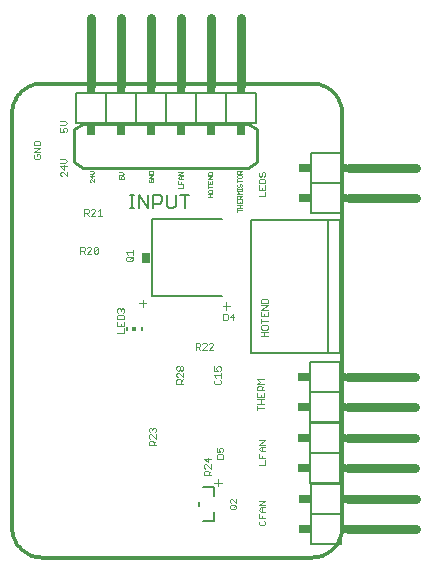
<source format=gto>
G75*
%MOIN*%
%OFA0B0*%
%FSLAX24Y24*%
%IPPOS*%
%LPD*%
%AMOC8*
5,1,8,0,0,1.08239X$1,22.5*
%
%ADD10C,0.0120*%
%ADD11C,0.0010*%
%ADD12C,0.0030*%
%ADD13C,0.0100*%
%ADD14C,0.0020*%
%ADD15C,0.0080*%
%ADD16R,0.0059X0.0118*%
%ADD17R,0.0118X0.0118*%
%ADD18C,0.0060*%
%ADD19C,0.0300*%
%ADD20R,0.0200X0.0300*%
%ADD21R,0.0400X0.0300*%
%ADD22R,0.0300X0.0200*%
%ADD23R,0.0300X0.0400*%
%ADD24C,0.0050*%
%ADD25R,0.0300X0.0340*%
D10*
X004883Y004781D02*
X013883Y004781D01*
X013943Y004783D01*
X014004Y004788D01*
X014063Y004797D01*
X014122Y004810D01*
X014181Y004826D01*
X014238Y004846D01*
X014293Y004869D01*
X014348Y004896D01*
X014400Y004925D01*
X014451Y004958D01*
X014500Y004994D01*
X014546Y005032D01*
X014590Y005074D01*
X014632Y005118D01*
X014670Y005164D01*
X014706Y005213D01*
X014739Y005264D01*
X014768Y005316D01*
X014795Y005371D01*
X014818Y005426D01*
X014838Y005483D01*
X014854Y005542D01*
X014867Y005601D01*
X014876Y005660D01*
X014881Y005721D01*
X014883Y005781D01*
X014883Y019581D01*
X014881Y019641D01*
X014876Y019702D01*
X014867Y019761D01*
X014854Y019820D01*
X014838Y019879D01*
X014818Y019936D01*
X014795Y019991D01*
X014768Y020046D01*
X014739Y020098D01*
X014706Y020149D01*
X014670Y020198D01*
X014632Y020244D01*
X014590Y020288D01*
X014546Y020330D01*
X014500Y020368D01*
X014451Y020404D01*
X014400Y020437D01*
X014348Y020466D01*
X014293Y020493D01*
X014238Y020516D01*
X014181Y020536D01*
X014122Y020552D01*
X014063Y020565D01*
X014004Y020574D01*
X013943Y020579D01*
X013883Y020581D01*
X004883Y020581D01*
X004823Y020579D01*
X004762Y020574D01*
X004703Y020565D01*
X004644Y020552D01*
X004585Y020536D01*
X004528Y020516D01*
X004473Y020493D01*
X004418Y020466D01*
X004366Y020437D01*
X004315Y020404D01*
X004266Y020368D01*
X004220Y020330D01*
X004176Y020288D01*
X004134Y020244D01*
X004096Y020198D01*
X004060Y020149D01*
X004027Y020098D01*
X003998Y020046D01*
X003971Y019991D01*
X003948Y019936D01*
X003928Y019879D01*
X003912Y019820D01*
X003899Y019761D01*
X003890Y019702D01*
X003885Y019641D01*
X003883Y019581D01*
X003883Y005781D01*
X003885Y005721D01*
X003890Y005660D01*
X003899Y005601D01*
X003912Y005542D01*
X003928Y005483D01*
X003948Y005426D01*
X003971Y005371D01*
X003998Y005316D01*
X004027Y005264D01*
X004060Y005213D01*
X004096Y005164D01*
X004134Y005118D01*
X004176Y005074D01*
X004220Y005032D01*
X004266Y004994D01*
X004315Y004958D01*
X004366Y004925D01*
X004418Y004896D01*
X004473Y004869D01*
X004528Y004846D01*
X004585Y004826D01*
X004644Y004810D01*
X004703Y004797D01*
X004762Y004788D01*
X004823Y004783D01*
X004883Y004781D01*
D11*
X011394Y016301D02*
X011394Y016401D01*
X011394Y016449D02*
X011544Y016449D01*
X011469Y016449D02*
X011469Y016549D01*
X011469Y016596D02*
X011469Y016646D01*
X011394Y016696D02*
X011394Y016596D01*
X011544Y016596D01*
X011544Y016696D01*
X011544Y016743D02*
X011394Y016743D01*
X011394Y016818D01*
X011419Y016843D01*
X011469Y016843D01*
X011494Y016818D01*
X011494Y016743D01*
X011494Y016793D02*
X011544Y016843D01*
X011544Y016891D02*
X011394Y016891D01*
X011444Y016941D01*
X011394Y016991D01*
X011544Y016991D01*
X011544Y017038D02*
X011544Y017088D01*
X011544Y017063D02*
X011394Y017063D01*
X011394Y017038D02*
X011394Y017088D01*
X011419Y017136D02*
X011444Y017136D01*
X011469Y017161D01*
X011469Y017211D01*
X011494Y017236D01*
X011519Y017236D01*
X011544Y017211D01*
X011544Y017161D01*
X011519Y017136D01*
X011419Y017136D02*
X011394Y017161D01*
X011394Y017211D01*
X011419Y017236D01*
X011394Y017283D02*
X011394Y017384D01*
X011394Y017334D02*
X011544Y017334D01*
X011519Y017431D02*
X011544Y017456D01*
X011544Y017506D01*
X011519Y017531D01*
X011419Y017531D01*
X011394Y017506D01*
X011394Y017456D01*
X011419Y017431D01*
X011519Y017431D01*
X011494Y017578D02*
X011494Y017653D01*
X011469Y017678D01*
X011419Y017678D01*
X011394Y017653D01*
X011394Y017578D01*
X011544Y017578D01*
X011494Y017628D02*
X011544Y017678D01*
X010560Y017605D02*
X010560Y017530D01*
X010410Y017530D01*
X010410Y017605D01*
X010435Y017630D01*
X010535Y017630D01*
X010560Y017605D01*
X010560Y017483D02*
X010410Y017483D01*
X010410Y017383D02*
X010560Y017483D01*
X010560Y017383D02*
X010410Y017383D01*
X010410Y017335D02*
X010410Y017235D01*
X010560Y017235D01*
X010560Y017335D01*
X010485Y017285D02*
X010485Y017235D01*
X010410Y017188D02*
X010410Y017088D01*
X010410Y017138D02*
X010560Y017138D01*
X010535Y017041D02*
X010435Y017041D01*
X010410Y017016D01*
X010410Y016966D01*
X010435Y016941D01*
X010535Y016941D01*
X010560Y016966D01*
X010560Y017016D01*
X010535Y017041D01*
X010560Y016894D02*
X010410Y016894D01*
X010485Y016894D02*
X010485Y016793D01*
X010560Y016793D02*
X010410Y016793D01*
X009576Y017089D02*
X009576Y017189D01*
X009576Y017236D02*
X009426Y017236D01*
X009426Y017336D01*
X009476Y017383D02*
X009426Y017433D01*
X009476Y017483D01*
X009576Y017483D01*
X009576Y017531D02*
X009426Y017531D01*
X009576Y017631D01*
X009426Y017631D01*
X009501Y017483D02*
X009501Y017383D01*
X009476Y017383D02*
X009576Y017383D01*
X009501Y017286D02*
X009501Y017236D01*
X009426Y017089D02*
X009576Y017089D01*
X008592Y017311D02*
X008592Y017361D01*
X008567Y017386D01*
X008517Y017386D01*
X008517Y017336D01*
X008467Y017386D02*
X008442Y017361D01*
X008442Y017311D01*
X008467Y017286D01*
X008567Y017286D01*
X008592Y017311D01*
X008592Y017433D02*
X008442Y017433D01*
X008592Y017533D01*
X008442Y017533D01*
X008442Y017580D02*
X008442Y017655D01*
X008467Y017680D01*
X008567Y017680D01*
X008592Y017655D01*
X008592Y017580D01*
X008442Y017580D01*
X007607Y017581D02*
X007557Y017531D01*
X007457Y017531D01*
X007457Y017484D02*
X007457Y017384D01*
X007532Y017384D01*
X007507Y017434D01*
X007507Y017459D01*
X007532Y017484D01*
X007582Y017484D01*
X007607Y017459D01*
X007607Y017409D01*
X007582Y017384D01*
X007607Y017581D02*
X007557Y017631D01*
X007457Y017631D01*
X006623Y017630D02*
X006573Y017680D01*
X006473Y017680D01*
X006473Y017580D02*
X006573Y017580D01*
X006623Y017630D01*
X006623Y017508D02*
X006473Y017508D01*
X006548Y017433D01*
X006548Y017533D01*
X006523Y017386D02*
X006498Y017386D01*
X006473Y017361D01*
X006473Y017311D01*
X006498Y017286D01*
X006523Y017386D02*
X006623Y017286D01*
X006623Y017386D01*
X011394Y016549D02*
X011544Y016549D01*
X011544Y016351D02*
X011394Y016351D01*
D12*
X011030Y013294D02*
X011030Y013047D01*
X011153Y013170D02*
X010906Y013170D01*
X008358Y013252D02*
X008111Y013252D01*
X008235Y013129D02*
X008235Y013376D01*
X010745Y007403D02*
X010745Y007156D01*
X010868Y007279D02*
X010621Y007279D01*
X011166Y006748D02*
X011131Y006713D01*
X011131Y006643D01*
X011166Y006607D01*
X011166Y006527D02*
X011306Y006527D01*
X011341Y006492D01*
X011341Y006422D01*
X011306Y006386D01*
X011166Y006386D01*
X011131Y006422D01*
X011131Y006492D01*
X011166Y006527D01*
X011271Y006457D02*
X011341Y006527D01*
X011341Y006607D02*
X011201Y006748D01*
X011166Y006748D01*
X011341Y006748D02*
X011341Y006607D01*
D13*
X011746Y017773D02*
X006235Y017773D01*
X005939Y017970D01*
X005939Y019052D01*
X006235Y019249D01*
X011746Y019249D01*
X012042Y019052D01*
X012042Y017970D01*
X011746Y017773D01*
D14*
X012102Y017590D02*
X012102Y017517D01*
X012139Y017480D01*
X012176Y017480D01*
X012212Y017517D01*
X012212Y017590D01*
X012249Y017627D01*
X012286Y017627D01*
X012323Y017590D01*
X012323Y017517D01*
X012286Y017480D01*
X012286Y017406D02*
X012139Y017406D01*
X012102Y017369D01*
X012102Y017259D01*
X012323Y017259D01*
X012323Y017369D01*
X012286Y017406D01*
X012323Y017185D02*
X012323Y017038D01*
X012102Y017038D01*
X012102Y017185D01*
X012212Y017112D02*
X012212Y017038D01*
X012323Y016964D02*
X012323Y016817D01*
X012102Y016817D01*
X012102Y017590D02*
X012139Y017627D01*
X012224Y013411D02*
X012187Y013374D01*
X012187Y013264D01*
X012407Y013264D01*
X012407Y013374D01*
X012370Y013411D01*
X012224Y013411D01*
X012187Y013190D02*
X012407Y013190D01*
X012187Y013043D01*
X012407Y013043D01*
X012407Y012969D02*
X012407Y012822D01*
X012187Y012822D01*
X012187Y012969D01*
X012297Y012895D02*
X012297Y012822D01*
X012187Y012748D02*
X012187Y012601D01*
X012187Y012674D02*
X012407Y012674D01*
X012370Y012527D02*
X012224Y012527D01*
X012187Y012490D01*
X012187Y012417D01*
X012224Y012380D01*
X012370Y012380D01*
X012407Y012417D01*
X012407Y012490D01*
X012370Y012527D01*
X012407Y012306D02*
X012187Y012306D01*
X012297Y012306D02*
X012297Y012159D01*
X012407Y012159D02*
X012187Y012159D01*
X011290Y012806D02*
X011143Y012806D01*
X011254Y012916D01*
X011254Y012696D01*
X011069Y012733D02*
X011069Y012880D01*
X011033Y012916D01*
X010922Y012916D01*
X010922Y012696D01*
X011033Y012696D01*
X011069Y012733D01*
X010553Y011931D02*
X010479Y011931D01*
X010442Y011895D01*
X010368Y011895D02*
X010368Y011858D01*
X010221Y011711D01*
X010368Y011711D01*
X010442Y011711D02*
X010589Y011858D01*
X010589Y011895D01*
X010553Y011931D01*
X010368Y011895D02*
X010332Y011931D01*
X010258Y011931D01*
X010221Y011895D01*
X010147Y011895D02*
X010147Y011821D01*
X010111Y011785D01*
X010000Y011785D01*
X010000Y011711D02*
X010000Y011931D01*
X010111Y011931D01*
X010147Y011895D01*
X010074Y011785D02*
X010147Y011711D01*
X010442Y011711D02*
X010589Y011711D01*
X010623Y011150D02*
X010623Y011003D01*
X010733Y011003D01*
X010696Y011077D01*
X010696Y011114D01*
X010733Y011150D01*
X010807Y011150D01*
X010843Y011114D01*
X010843Y011040D01*
X010807Y011003D01*
X010843Y010929D02*
X010843Y010782D01*
X010843Y010856D02*
X010623Y010856D01*
X010696Y010782D01*
X010660Y010708D02*
X010623Y010672D01*
X010623Y010598D01*
X010660Y010561D01*
X010807Y010561D01*
X010843Y010598D01*
X010843Y010672D01*
X010807Y010708D01*
X009582Y010721D02*
X009509Y010648D01*
X009509Y010685D02*
X009509Y010574D01*
X009582Y010574D02*
X009362Y010574D01*
X009362Y010685D01*
X009399Y010721D01*
X009472Y010721D01*
X009509Y010685D01*
X009582Y010795D02*
X009435Y010942D01*
X009399Y010942D01*
X009362Y010906D01*
X009362Y010832D01*
X009399Y010795D01*
X009582Y010795D02*
X009582Y010942D01*
X009546Y011016D02*
X009509Y011016D01*
X009472Y011053D01*
X009472Y011127D01*
X009509Y011163D01*
X009546Y011163D01*
X009582Y011127D01*
X009582Y011053D01*
X009546Y011016D01*
X009472Y011053D02*
X009435Y011016D01*
X009399Y011016D01*
X009362Y011053D01*
X009362Y011127D01*
X009399Y011163D01*
X009435Y011163D01*
X009472Y011127D01*
X008635Y009111D02*
X008672Y009074D01*
X008672Y009001D01*
X008635Y008964D01*
X008672Y008890D02*
X008672Y008743D01*
X008525Y008890D01*
X008488Y008890D01*
X008451Y008853D01*
X008451Y008780D01*
X008488Y008743D01*
X008488Y008669D02*
X008562Y008669D01*
X008598Y008632D01*
X008598Y008522D01*
X008598Y008595D02*
X008672Y008669D01*
X008672Y008522D02*
X008451Y008522D01*
X008451Y008632D01*
X008488Y008669D01*
X008488Y008964D02*
X008451Y009001D01*
X008451Y009074D01*
X008488Y009111D01*
X008525Y009111D01*
X008562Y009074D01*
X008598Y009111D01*
X008635Y009111D01*
X008562Y009074D02*
X008562Y009037D01*
X010291Y008077D02*
X010401Y007967D01*
X010401Y008114D01*
X010511Y008077D02*
X010291Y008077D01*
X010327Y007893D02*
X010291Y007856D01*
X010291Y007783D01*
X010327Y007746D01*
X010327Y007672D02*
X010401Y007672D01*
X010438Y007635D01*
X010438Y007525D01*
X010511Y007525D02*
X010291Y007525D01*
X010291Y007635D01*
X010327Y007672D01*
X010438Y007599D02*
X010511Y007672D01*
X010511Y007746D02*
X010364Y007893D01*
X010327Y007893D01*
X010511Y007893D02*
X010511Y007746D01*
X010704Y008074D02*
X010704Y008184D01*
X010741Y008221D01*
X010888Y008221D01*
X010924Y008184D01*
X010924Y008074D01*
X010704Y008074D01*
X010704Y008295D02*
X010814Y008295D01*
X010778Y008368D01*
X010778Y008405D01*
X010814Y008442D01*
X010888Y008442D01*
X010924Y008405D01*
X010924Y008331D01*
X010888Y008295D01*
X010704Y008295D02*
X010704Y008442D01*
X012106Y008396D02*
X012180Y008469D01*
X012326Y008469D01*
X012326Y008543D02*
X012106Y008543D01*
X012326Y008690D01*
X012106Y008690D01*
X012216Y008469D02*
X012216Y008322D01*
X012180Y008322D02*
X012106Y008396D01*
X012180Y008322D02*
X012326Y008322D01*
X012216Y008175D02*
X012216Y008101D01*
X012106Y008101D02*
X012106Y008248D01*
X012106Y008101D02*
X012326Y008101D01*
X012326Y008027D02*
X012326Y007880D01*
X012106Y007880D01*
X012098Y006677D02*
X012319Y006677D01*
X012098Y006530D01*
X012319Y006530D01*
X012319Y006456D02*
X012172Y006456D01*
X012098Y006382D01*
X012172Y006309D01*
X012319Y006309D01*
X012209Y006309D02*
X012209Y006456D01*
X012098Y006235D02*
X012098Y006088D01*
X012319Y006088D01*
X012282Y006014D02*
X012319Y005977D01*
X012319Y005904D01*
X012282Y005867D01*
X012135Y005867D01*
X012098Y005904D01*
X012098Y005977D01*
X012135Y006014D01*
X012209Y006088D02*
X012209Y006161D01*
X012063Y009691D02*
X012063Y009838D01*
X012063Y009765D02*
X012283Y009765D01*
X012283Y009912D02*
X012063Y009912D01*
X012173Y009912D02*
X012173Y010059D01*
X012173Y010133D02*
X012173Y010207D01*
X012063Y010280D02*
X012063Y010133D01*
X012283Y010133D01*
X012283Y010280D01*
X012283Y010354D02*
X012063Y010354D01*
X012063Y010464D01*
X012100Y010501D01*
X012173Y010501D01*
X012210Y010464D01*
X012210Y010354D01*
X012210Y010428D02*
X012283Y010501D01*
X012283Y010575D02*
X012063Y010575D01*
X012136Y010649D01*
X012063Y010722D01*
X012283Y010722D01*
X012283Y010059D02*
X012063Y010059D01*
X007862Y014660D02*
X007899Y014697D01*
X007899Y014770D01*
X007862Y014807D01*
X007716Y014807D01*
X007679Y014770D01*
X007679Y014697D01*
X007716Y014660D01*
X007862Y014660D01*
X007826Y014734D02*
X007899Y014807D01*
X007899Y014881D02*
X007899Y015028D01*
X007899Y014955D02*
X007679Y014955D01*
X007752Y014881D01*
X006746Y014953D02*
X006709Y014916D01*
X006636Y014916D01*
X006599Y014953D01*
X006746Y015099D01*
X006746Y014953D01*
X006746Y015099D02*
X006709Y015136D01*
X006636Y015136D01*
X006599Y015099D01*
X006599Y014953D01*
X006525Y014916D02*
X006378Y014916D01*
X006525Y015063D01*
X006525Y015099D01*
X006488Y015136D01*
X006415Y015136D01*
X006378Y015099D01*
X006304Y015099D02*
X006304Y015026D01*
X006267Y014989D01*
X006157Y014989D01*
X006157Y014916D02*
X006157Y015136D01*
X006267Y015136D01*
X006304Y015099D01*
X006231Y014989D02*
X006304Y014916D01*
X006289Y016181D02*
X006289Y016401D01*
X006399Y016401D01*
X006435Y016365D01*
X006435Y016291D01*
X006399Y016254D01*
X006289Y016254D01*
X006362Y016254D02*
X006435Y016181D01*
X006510Y016181D02*
X006656Y016328D01*
X006656Y016365D01*
X006620Y016401D01*
X006546Y016401D01*
X006510Y016365D01*
X006510Y016181D02*
X006656Y016181D01*
X006731Y016181D02*
X006877Y016181D01*
X006804Y016181D02*
X006804Y016401D01*
X006731Y016328D01*
X005716Y017491D02*
X005569Y017637D01*
X005532Y017637D01*
X005496Y017601D01*
X005496Y017527D01*
X005532Y017491D01*
X005716Y017491D02*
X005716Y017637D01*
X005606Y017711D02*
X005606Y017858D01*
X005642Y017932D02*
X005496Y017932D01*
X005496Y017822D02*
X005606Y017711D01*
X005716Y017822D02*
X005496Y017822D01*
X005642Y017932D02*
X005716Y018006D01*
X005642Y018079D01*
X005496Y018079D01*
X004830Y018116D02*
X004830Y018190D01*
X004793Y018226D01*
X004720Y018226D01*
X004720Y018153D01*
X004647Y018226D02*
X004610Y018190D01*
X004610Y018116D01*
X004647Y018079D01*
X004793Y018079D01*
X004830Y018116D01*
X004830Y018300D02*
X004610Y018300D01*
X004830Y018447D01*
X004610Y018447D01*
X004610Y018521D02*
X004610Y018632D01*
X004647Y018668D01*
X004793Y018668D01*
X004830Y018632D01*
X004830Y018521D01*
X004610Y018521D01*
X005496Y018964D02*
X005606Y018964D01*
X005569Y019037D01*
X005569Y019074D01*
X005606Y019111D01*
X005679Y019111D01*
X005716Y019074D01*
X005716Y019000D01*
X005679Y018964D01*
X005496Y018964D02*
X005496Y019111D01*
X005496Y019185D02*
X005642Y019185D01*
X005716Y019258D01*
X005642Y019332D01*
X005496Y019332D01*
X007428Y013085D02*
X007465Y013085D01*
X007502Y013048D01*
X007538Y013085D01*
X007575Y013085D01*
X007612Y013048D01*
X007612Y012975D01*
X007575Y012938D01*
X007575Y012864D02*
X007428Y012864D01*
X007392Y012827D01*
X007392Y012717D01*
X007612Y012717D01*
X007612Y012827D01*
X007575Y012864D01*
X007428Y012938D02*
X007392Y012975D01*
X007392Y013048D01*
X007428Y013085D01*
X007502Y013048D02*
X007502Y013011D01*
X007612Y012643D02*
X007612Y012496D01*
X007392Y012496D01*
X007392Y012643D01*
X007502Y012569D02*
X007502Y012496D01*
X007612Y012422D02*
X007612Y012275D01*
X007392Y012275D01*
D15*
X008536Y013490D02*
X008536Y016071D01*
X010896Y016071D01*
X011846Y016021D02*
X014405Y016021D01*
X014405Y011611D01*
X011846Y011611D01*
X011846Y016021D01*
X010896Y013491D02*
X008536Y013490D01*
X014405Y011611D02*
X014799Y011611D01*
X014799Y016021D01*
X014405Y016021D01*
D16*
X008201Y012393D03*
X007728Y012393D03*
D17*
X007964Y012393D03*
D18*
X008012Y019255D02*
X007012Y019255D01*
X007012Y020255D01*
X008012Y020255D01*
X009012Y020255D01*
X010012Y020255D01*
X011012Y020255D01*
X012012Y020255D01*
X012012Y019255D01*
X011012Y019255D01*
X011012Y020255D01*
X011012Y019255D02*
X010012Y019255D01*
X010012Y020255D01*
X010012Y019255D02*
X009012Y019255D01*
X009012Y020255D01*
X009012Y019255D02*
X008012Y019255D01*
X008012Y020255D01*
X007012Y020255D02*
X006012Y020255D01*
X006012Y019255D01*
X007012Y019255D01*
X013852Y018260D02*
X013852Y017260D01*
X013852Y016260D01*
X014852Y016260D01*
X014852Y017260D01*
X014852Y018260D01*
X013852Y018260D01*
X013852Y017260D02*
X014852Y017260D01*
X014821Y011303D02*
X013821Y011303D01*
X013821Y010303D01*
X013821Y009303D01*
X014821Y009303D01*
X014821Y010303D01*
X014821Y011303D01*
X014821Y010303D02*
X013821Y010303D01*
X013821Y009272D02*
X014821Y009272D01*
X014821Y008272D01*
X014821Y007272D01*
X013821Y007272D01*
X013821Y008272D01*
X014821Y008272D01*
X014833Y007235D02*
X013833Y007235D01*
X013833Y006235D01*
X013833Y005235D01*
X014833Y005235D01*
X014833Y006235D01*
X014833Y007235D01*
X014833Y006235D02*
X013833Y006235D01*
X013821Y008272D02*
X013821Y009272D01*
D19*
X015071Y008772D02*
X017321Y008772D01*
X017321Y007772D02*
X015071Y007772D01*
X015083Y006735D02*
X017333Y006735D01*
X017333Y005735D02*
X015083Y005735D01*
X015071Y009803D02*
X017321Y009803D01*
X017321Y010803D02*
X015071Y010803D01*
X015102Y016760D02*
X017352Y016760D01*
X017352Y017760D02*
X015102Y017760D01*
X011512Y020505D02*
X011512Y022755D01*
X010512Y022755D02*
X010512Y020505D01*
X009512Y020505D02*
X009512Y022755D01*
X008512Y022755D02*
X008512Y020505D01*
X007512Y020505D02*
X007512Y022755D01*
X006512Y022755D02*
X006512Y020505D01*
D20*
X014952Y017760D03*
X014952Y016760D03*
X014921Y010803D03*
X014921Y009803D03*
X014921Y008772D03*
X014921Y007772D03*
X014933Y006735D03*
X014933Y005735D03*
D21*
X013633Y005735D03*
X013633Y006735D03*
X013621Y007772D03*
X013621Y008772D03*
X013621Y009803D03*
X013621Y010803D03*
X013652Y016760D03*
X013652Y017760D03*
D22*
X011512Y020355D03*
X010512Y020355D03*
X009512Y020355D03*
X008512Y020355D03*
X007512Y020355D03*
X006512Y020355D03*
D23*
X006512Y019055D03*
X007512Y019055D03*
X008512Y019055D03*
X009512Y019055D03*
X010512Y019055D03*
X011512Y019055D03*
D24*
X009796Y016882D02*
X009496Y016882D01*
X009646Y016882D02*
X009646Y016431D01*
X009336Y016506D02*
X009336Y016882D01*
X009036Y016882D02*
X009036Y016506D01*
X009111Y016431D01*
X009261Y016431D01*
X009336Y016506D01*
X008875Y016656D02*
X008800Y016581D01*
X008575Y016581D01*
X008575Y016431D02*
X008575Y016882D01*
X008800Y016882D01*
X008875Y016806D01*
X008875Y016656D01*
X008415Y016431D02*
X008415Y016882D01*
X008115Y016882D02*
X008115Y016431D01*
X007958Y016431D02*
X007808Y016431D01*
X007883Y016431D02*
X007883Y016882D01*
X007808Y016882D02*
X007958Y016882D01*
X008115Y016882D02*
X008415Y016431D01*
X010258Y007134D02*
X010608Y007134D01*
X010608Y006834D01*
X010108Y006634D02*
X010108Y006484D01*
X010258Y005984D02*
X010608Y005984D01*
X010608Y006284D01*
D25*
X008346Y014781D03*
M02*

</source>
